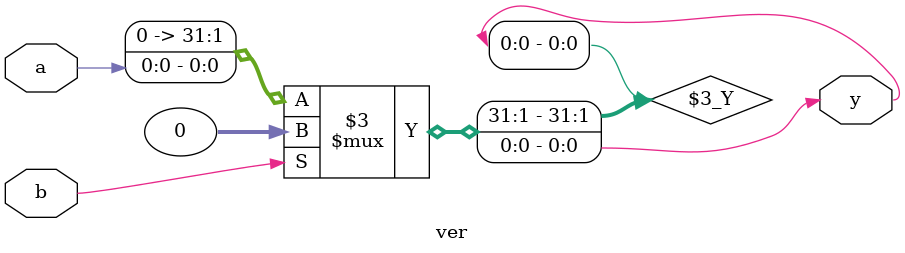
<source format=sv>
module ver(a, b, y);
input logic a, b;
output logic y;
assign y = (b == 0)? a : 0;
endmodule
</source>
